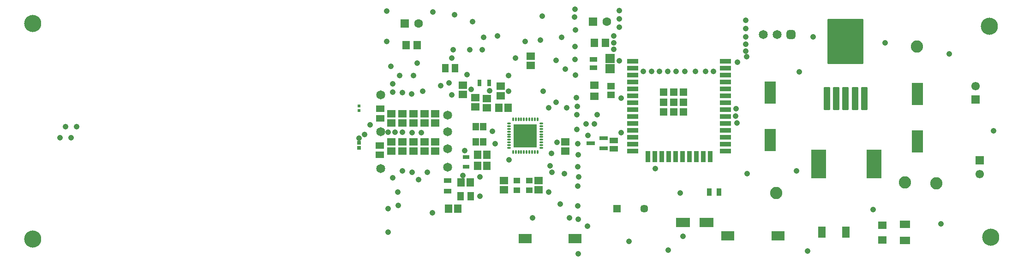
<source format=gts>
G04*
G04 #@! TF.GenerationSoftware,Altium Limited,Altium Designer,23.3.1 (30)*
G04*
G04 Layer_Color=8388736*
%FSLAX44Y44*%
%MOMM*%
G71*
G04*
G04 #@! TF.SameCoordinates,D953DCF9-3291-42EB-AE53-6C5A23FC187B*
G04*
G04*
G04 #@! TF.FilePolarity,Negative*
G04*
G01*
G75*
%ADD16R,1.3000X1.0500*%
%ADD28R,2.0000X0.9000*%
%ADD29R,1.1544X1.3562*%
%ADD30R,0.9000X2.0000*%
%ADD33R,2.6500X1.7500*%
%ADD34R,1.4000X2.1000*%
%ADD35R,2.8000X5.3000*%
%ADD37R,0.9500X1.4000*%
%ADD40R,1.4500X0.9500*%
%ADD44R,1.3300X1.3300*%
%ADD45R,1.2000X0.8000*%
%ADD46R,0.8000X1.2000*%
%ADD47R,1.4562X1.3046*%
%ADD49R,1.3500X0.9500*%
%ADD50R,2.0000X4.1000*%
%ADD51R,4.2500X4.2500*%
%ADD52R,2.3300X1.7500*%
%ADD53R,2.3500X1.7500*%
%ADD54O,0.8000X0.3500*%
%ADD55O,0.3500X0.8000*%
%ADD56R,1.3500X1.6000*%
%ADD57R,1.1500X1.5000*%
%ADD58R,1.6000X1.3000*%
%ADD59R,0.6000X0.6000*%
%ADD60R,0.7000X0.7000*%
%ADD61R,1.5000X1.1000*%
%ADD62R,1.5000X0.7500*%
%ADD63R,1.9500X1.3500*%
%ADD64R,1.6500X1.3500*%
G04:AMPARAMS|DCode=65|XSize=1.15mm|YSize=4.3mm|CornerRadius=0.125mm|HoleSize=0mm|Usage=FLASHONLY|Rotation=180.000|XOffset=0mm|YOffset=0mm|HoleType=Round|Shape=RoundedRectangle|*
%AMROUNDEDRECTD65*
21,1,1.1500,4.0500,0,0,180.0*
21,1,0.9000,4.3000,0,0,180.0*
1,1,0.2500,-0.4500,2.0250*
1,1,0.2500,0.4500,2.0250*
1,1,0.2500,0.4500,-2.0250*
1,1,0.2500,-0.4500,-2.0250*
%
%ADD65ROUNDEDRECTD65*%
%ADD66R,1.5500X1.3500*%
%ADD67R,1.3500X1.5500*%
G04:AMPARAMS|DCode=68|XSize=6.55mm|YSize=8.35mm|CornerRadius=0.139mm|HoleSize=0mm|Usage=FLASHONLY|Rotation=180.000|XOffset=0mm|YOffset=0mm|HoleType=Round|Shape=RoundedRectangle|*
%AMROUNDEDRECTD68*
21,1,6.5500,8.0720,0,0,180.0*
21,1,6.2720,8.3500,0,0,180.0*
1,1,0.2780,-3.1360,4.0360*
1,1,0.2780,3.1360,4.0360*
1,1,0.2780,3.1360,-4.0360*
1,1,0.2780,-3.1360,-4.0360*
%
%ADD68ROUNDEDRECTD68*%
%ADD69R,1.6000X1.3500*%
%ADD70R,1.2000X1.6000*%
%ADD71R,1.7000X1.7000*%
%ADD72C,3.1500*%
%ADD73C,1.6000*%
%ADD74R,1.6000X1.6000*%
%ADD75C,1.6500*%
%ADD76C,1.4500*%
%ADD77C,2.2500*%
G04:AMPARAMS|DCode=78|XSize=1.65mm|YSize=1.65mm|CornerRadius=0.45mm|HoleSize=0mm|Usage=FLASHONLY|Rotation=0.000|XOffset=0mm|YOffset=0mm|HoleType=Round|Shape=RoundedRectangle|*
%AMROUNDEDRECTD78*
21,1,1.6500,0.7500,0,0,0.0*
21,1,0.7500,1.6500,0,0,0.0*
1,1,0.9000,0.3750,-0.3750*
1,1,0.9000,-0.3750,-0.3750*
1,1,0.9000,-0.3750,0.3750*
1,1,0.9000,0.3750,0.3750*
%
%ADD78ROUNDEDRECTD78*%
%ADD79R,1.4500X1.4500*%
%ADD80C,1.5500*%
%ADD81R,1.5500X1.5500*%
%ADD82C,1.0570*%
%ADD83C,1.0565*%
%ADD84C,0.6500*%
D16*
X942270Y163690D02*
D03*
X965270D02*
D03*
Y146190D02*
D03*
X942270D02*
D03*
D28*
X1325060Y370210D02*
D03*
Y294010D02*
D03*
Y281310D02*
D03*
Y268610D02*
D03*
X1155060Y230510D02*
D03*
X1325060Y217810D02*
D03*
Y382910D02*
D03*
Y357510D02*
D03*
Y344810D02*
D03*
Y332110D02*
D03*
Y319410D02*
D03*
Y306710D02*
D03*
Y255910D02*
D03*
Y243210D02*
D03*
Y230510D02*
D03*
X1155060Y217810D02*
D03*
Y243210D02*
D03*
Y255910D02*
D03*
Y268610D02*
D03*
Y281310D02*
D03*
Y294010D02*
D03*
Y306710D02*
D03*
Y319410D02*
D03*
Y332110D02*
D03*
Y344810D02*
D03*
Y357510D02*
D03*
Y370210D02*
D03*
Y382910D02*
D03*
D29*
X880519Y234950D02*
D03*
Y262890D02*
D03*
X867001Y234950D02*
D03*
Y262890D02*
D03*
D30*
X1195610Y207810D02*
D03*
X1297210D02*
D03*
X1284510D02*
D03*
X1271810D02*
D03*
X1259110D02*
D03*
X1246410D02*
D03*
X1233710D02*
D03*
X1221010D02*
D03*
X1208310D02*
D03*
X1182910D02*
D03*
D33*
X1290230Y86360D02*
D03*
X1247230D02*
D03*
D34*
X1502000Y68580D02*
D03*
X1546000D02*
D03*
D35*
X1496360Y194310D02*
D03*
X1597360D02*
D03*
D37*
X1313540Y142240D02*
D03*
X1295040D02*
D03*
D40*
X815340Y143960D02*
D03*
Y163460D02*
D03*
D44*
X1248410Y289560D02*
D03*
X1230060D02*
D03*
X1211710D02*
D03*
X1248410Y307910D02*
D03*
X1230060D02*
D03*
X1211710D02*
D03*
X1248410Y326260D02*
D03*
X1230060D02*
D03*
X1211710D02*
D03*
D45*
X849630Y189120D02*
D03*
Y207120D02*
D03*
D46*
X891650Y342900D02*
D03*
X873650D02*
D03*
D47*
X1115060Y336988D02*
D03*
Y320872D02*
D03*
D49*
X1083310Y370960D02*
D03*
Y385960D02*
D03*
D50*
X1677670Y322900D02*
D03*
Y235900D02*
D03*
X1407160Y238440D02*
D03*
Y325440D02*
D03*
D51*
X957900Y246200D02*
D03*
D52*
X957350Y57150D02*
D03*
X1329460Y62230D02*
D03*
D53*
X1049250Y57150D02*
D03*
X1421360Y62230D02*
D03*
D54*
X928150Y268700D02*
D03*
Y263700D02*
D03*
Y258700D02*
D03*
Y253700D02*
D03*
Y248700D02*
D03*
Y243700D02*
D03*
Y238700D02*
D03*
Y233700D02*
D03*
Y228700D02*
D03*
Y223700D02*
D03*
X987650D02*
D03*
Y228700D02*
D03*
Y233700D02*
D03*
Y238700D02*
D03*
Y243700D02*
D03*
Y248700D02*
D03*
Y253700D02*
D03*
Y258700D02*
D03*
Y263700D02*
D03*
Y268700D02*
D03*
D55*
X935400Y216450D02*
D03*
X940400D02*
D03*
X945400D02*
D03*
X950400D02*
D03*
X955400D02*
D03*
X960400D02*
D03*
X965400D02*
D03*
X970400D02*
D03*
X975400D02*
D03*
X980400D02*
D03*
Y275950D02*
D03*
X975400D02*
D03*
X970400D02*
D03*
X965400D02*
D03*
X960400D02*
D03*
X955400D02*
D03*
X950400D02*
D03*
X945400D02*
D03*
X940400D02*
D03*
X935400D02*
D03*
D56*
X759300Y412750D02*
D03*
X739300D02*
D03*
X1084740Y416560D02*
D03*
X1104740D02*
D03*
D57*
X811000Y370000D02*
D03*
X829000D02*
D03*
D58*
X690960Y210920D02*
D03*
X692190Y295810D02*
D03*
X690960Y228420D02*
D03*
X692190Y278310D02*
D03*
D59*
X652780Y300735D02*
D03*
Y292735D02*
D03*
D60*
Y224045D02*
D03*
Y233045D02*
D03*
D61*
X1120140Y222120D02*
D03*
Y237620D02*
D03*
D62*
X1101660Y222910D02*
D03*
X1077660Y232410D02*
D03*
X1101660Y241910D02*
D03*
D63*
X1654810Y53580D02*
D03*
Y83580D02*
D03*
D64*
X1612900Y54280D02*
D03*
Y81280D02*
D03*
D65*
X1528590Y314690D02*
D03*
X1579590D02*
D03*
X1562590D02*
D03*
X1545590D02*
D03*
X1511590D02*
D03*
D66*
X967740Y375040D02*
D03*
X792400Y234600D02*
D03*
X773350Y234600D02*
D03*
X753070D02*
D03*
X773350Y217600D02*
D03*
X753070D02*
D03*
X732790D02*
D03*
X712510D02*
D03*
Y286590D02*
D03*
X732790D02*
D03*
X753070D02*
D03*
X773350D02*
D03*
X753070Y269590D02*
D03*
X773350D02*
D03*
X792400Y269590D02*
D03*
X843320Y338700D02*
D03*
Y321700D02*
D03*
X887770Y314570D02*
D03*
Y297570D02*
D03*
X967740Y392040D02*
D03*
X866180Y315840D02*
D03*
Y298840D02*
D03*
X912420Y336870D02*
D03*
Y319870D02*
D03*
X1031240Y234560D02*
D03*
Y217560D02*
D03*
X981870Y163400D02*
D03*
Y146400D02*
D03*
X918370Y146400D02*
D03*
Y163400D02*
D03*
X712510Y234600D02*
D03*
Y269590D02*
D03*
X732790Y234600D02*
D03*
Y269590D02*
D03*
X792400Y217600D02*
D03*
Y286590D02*
D03*
D67*
X817000Y111920D02*
D03*
X887340Y210820D02*
D03*
X870340D02*
D03*
X926710Y297180D02*
D03*
X909710D02*
D03*
X834000Y111920D02*
D03*
X856820Y160060D02*
D03*
X839820D02*
D03*
X887340Y190500D02*
D03*
X870340D02*
D03*
D68*
X1545590Y419190D02*
D03*
D69*
X1084580Y318930D02*
D03*
Y338930D02*
D03*
D70*
X857570Y134740D02*
D03*
X839070D02*
D03*
D71*
X1113790Y369210D02*
D03*
Y387710D02*
D03*
D72*
X1812290Y59690D02*
D03*
X1809750Y447040D02*
D03*
X54610Y452120D02*
D03*
Y55880D02*
D03*
D73*
X1107440Y455930D02*
D03*
X762000Y452120D02*
D03*
D74*
X1082040Y455930D02*
D03*
X736600Y452120D02*
D03*
D75*
X692230Y185410D02*
D03*
Y321130D02*
D03*
X815340Y222240D02*
D03*
Y187960D02*
D03*
Y284300D02*
D03*
X692270Y253270D02*
D03*
X815340D02*
D03*
X1394460Y431800D02*
D03*
X1419860D02*
D03*
D76*
X1176020Y111760D02*
D03*
D77*
X1676400Y410210D02*
D03*
X1711960Y158750D02*
D03*
X1654810Y160020D02*
D03*
X1418590Y140970D02*
D03*
D78*
X1445260Y431800D02*
D03*
D79*
X1126020Y111760D02*
D03*
D80*
X1791970Y175660D02*
D03*
X1784350Y337420D02*
D03*
D81*
X1791970Y200660D02*
D03*
X1784350Y312420D02*
D03*
D82*
X1220470Y35560D02*
D03*
X1485900Y427990D02*
D03*
X1365250Y176530D02*
D03*
X1817370Y255270D02*
D03*
X1148080Y52070D02*
D03*
X1475740Y34290D02*
D03*
X1455420Y181610D02*
D03*
X1617980Y416560D02*
D03*
X1736090Y396240D02*
D03*
X1242060Y140970D02*
D03*
X1720850Y83820D02*
D03*
X1460500Y363220D02*
D03*
X1270000Y364490D02*
D03*
X1289050D02*
D03*
X1303020D02*
D03*
X1189990D02*
D03*
X1120140Y416560D02*
D03*
X652780Y241300D02*
D03*
X718820Y252730D02*
D03*
X706120D02*
D03*
X1130300Y445770D02*
D03*
X843280Y172720D02*
D03*
X1363980Y391160D02*
D03*
X1130300Y476250D02*
D03*
X1120140Y405130D02*
D03*
Y429260D02*
D03*
X1054100Y231140D02*
D03*
X1055181Y28920D02*
D03*
X1054714Y92232D02*
D03*
X1055673Y170580D02*
D03*
X1055169Y211470D02*
D03*
X1053195Y300226D02*
D03*
X1049065Y386045D02*
D03*
X1049983Y440657D02*
D03*
X1048606Y464062D02*
D03*
X1049020Y478790D02*
D03*
X1362710Y458470D02*
D03*
Y443230D02*
D03*
Y427990D02*
D03*
Y414020D02*
D03*
Y401320D02*
D03*
X1250950Y364490D02*
D03*
X1234440D02*
D03*
X1219200D02*
D03*
X1203960D02*
D03*
X1174750D02*
D03*
X1130300Y461010D02*
D03*
X1050290Y357865D02*
D03*
X1033780Y297180D02*
D03*
X1051560Y316230D02*
D03*
X1052830Y284480D02*
D03*
X1054100Y153670D02*
D03*
X1000760Y142240D02*
D03*
X1049020Y410210D02*
D03*
X725170Y118110D02*
D03*
X1000760Y297180D02*
D03*
X732790Y252730D02*
D03*
X750570Y251460D02*
D03*
X778510Y179070D02*
D03*
X706120Y68580D02*
D03*
X1014730Y384810D02*
D03*
X1038860Y95250D02*
D03*
X1003300Y190500D02*
D03*
X1022350Y120650D02*
D03*
X971550Y95250D02*
D03*
X989330Y466090D02*
D03*
X1024890Y426720D02*
D03*
X1054100Y116840D02*
D03*
X1005840Y213360D02*
D03*
X732790Y181610D02*
D03*
X1054100Y189230D02*
D03*
X715010Y168910D02*
D03*
X1029970Y176530D02*
D03*
X762000Y165100D02*
D03*
X750570Y179070D02*
D03*
X767080Y251460D02*
D03*
X723900Y142240D02*
D03*
X990600Y327660D02*
D03*
X787400Y104140D02*
D03*
X706120Y111760D02*
D03*
X858520Y331390D02*
D03*
X957580Y419100D02*
D03*
X878840Y403860D02*
D03*
X769620Y327620D02*
D03*
X985520Y421640D02*
D03*
X802640Y337820D02*
D03*
X855980Y403860D02*
D03*
X817880Y342900D02*
D03*
X851020Y358060D02*
D03*
X825500Y403860D02*
D03*
X711200Y373380D02*
D03*
X703580Y419100D02*
D03*
X906780Y429260D02*
D03*
X732790Y325120D02*
D03*
X715010Y326350D02*
D03*
X753110Y356870D02*
D03*
X715010Y341630D02*
D03*
X749300Y322580D02*
D03*
X727710Y356870D02*
D03*
X759460Y379730D02*
D03*
X788670Y473710D02*
D03*
X703580Y474980D02*
D03*
X892810Y328930D02*
D03*
X928370Y201930D02*
D03*
X927100Y356870D02*
D03*
Y327660D02*
D03*
X902970Y231140D02*
D03*
D83*
X957900Y246200D02*
D03*
X969010Y246380D02*
D03*
X946150D02*
D03*
X957580Y234950D02*
D03*
Y257810D02*
D03*
X1071880Y80010D02*
D03*
X847090Y218440D02*
D03*
X875030Y170180D02*
D03*
X939800Y388620D02*
D03*
X822960D02*
D03*
X673101Y266180D02*
D03*
X662941Y248400D02*
D03*
X134621Y262370D02*
D03*
X114301D02*
D03*
X124461Y242050D02*
D03*
X104141D02*
D03*
X1347470Y381000D02*
D03*
X1052830Y257810D02*
D03*
X1344930Y295910D02*
D03*
X1069340Y267970D02*
D03*
X1343660Y281940D02*
D03*
X1089660Y284480D02*
D03*
X1346200Y269240D02*
D03*
X1084580Y267970D02*
D03*
X1130300Y383540D02*
D03*
X1134110Y314960D02*
D03*
Y251460D02*
D03*
X1196340Y185420D02*
D03*
X1073150Y246380D02*
D03*
X881380Y426720D02*
D03*
X828040Y468630D02*
D03*
X861060Y455930D02*
D03*
X1031240Y368300D02*
D03*
X1247140Y60960D02*
D03*
X1596390Y110490D02*
D03*
X1007110Y179070D02*
D03*
X1014730Y307340D02*
D03*
X1016000Y233680D02*
D03*
X822960Y321310D02*
D03*
X875030Y134620D02*
D03*
X897890Y254000D02*
D03*
D84*
X941400Y262700D02*
D03*
X952400D02*
D03*
X963400D02*
D03*
X974400D02*
D03*
X941400Y251700D02*
D03*
X952400D02*
D03*
X963400D02*
D03*
X974400D02*
D03*
X941400Y240700D02*
D03*
X952400D02*
D03*
X963400D02*
D03*
X974400D02*
D03*
X941400Y229700D02*
D03*
X952400D02*
D03*
X963400D02*
D03*
X974400D02*
D03*
M02*

</source>
